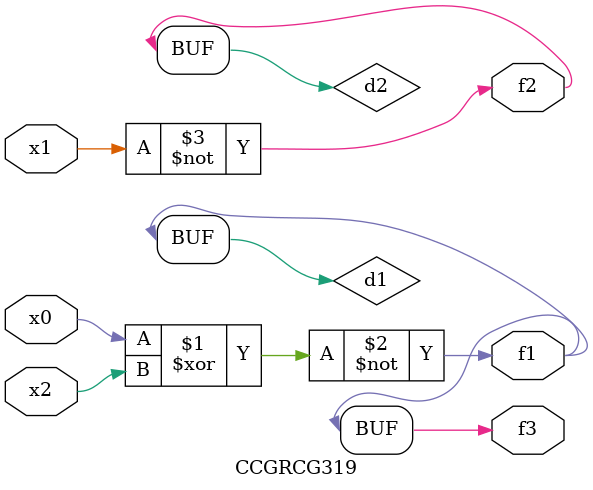
<source format=v>
module CCGRCG319(
	input x0, x1, x2,
	output f1, f2, f3
);

	wire d1, d2, d3;

	xnor (d1, x0, x2);
	nand (d2, x1);
	nor (d3, x1, x2);
	assign f1 = d1;
	assign f2 = d2;
	assign f3 = d1;
endmodule

</source>
